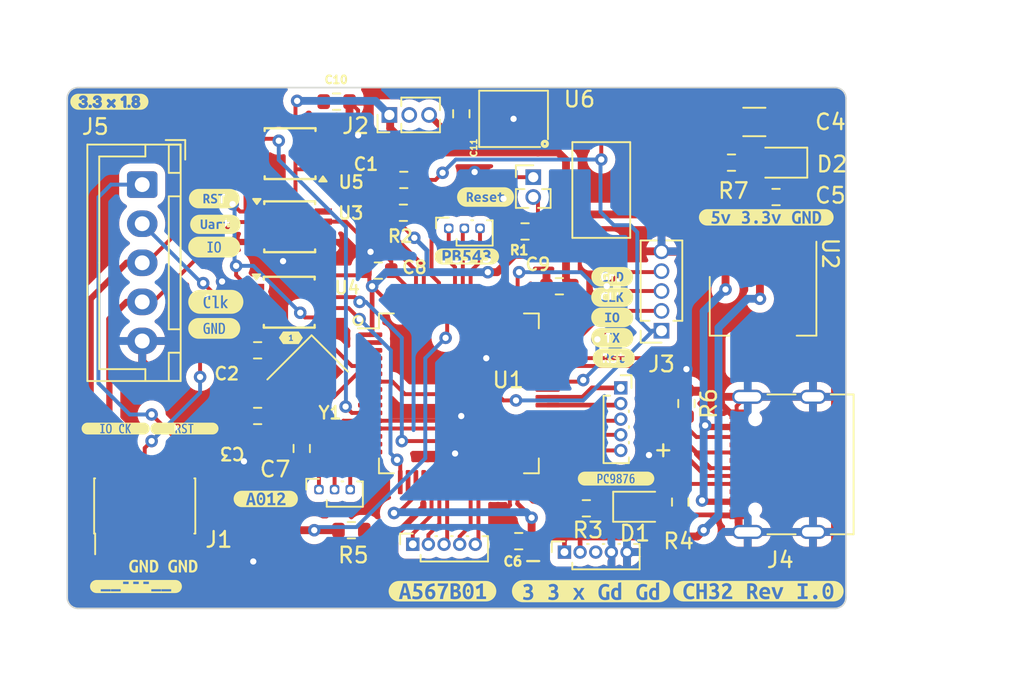
<source format=kicad_pcb>
(kicad_pcb (version 20240108) (generator "pcbnew") (generator_version "8.0")
  (layers (0 "F.Cu" signal) (31 "B.Cu" signal) (34 "B.Paste" user) (35 "F.Paste" user) (36 "B.SilkS" user "B.Silkscreen") (37 "F.SilkS" user "F.Silkscreen") (38 "B.Mask" user) (39 "F.Mask" user) (44 "Edge.Cuts" user))
  (net 0 "")
  (net 1 "+3.3V")
  (net 2 "SWIO_DIR_3V")
  (net 4 "Net-(U1-PF0)")
  (net 5 "Net-(U1-PF1)")
  (net 10 "GND")
  (net 11 "unconnected-(U1-PA0-Pad14)")
  (net 12 "unconnected-(U1-PA1-Pad15)")
  (net 13 "unconnected-(U1-PA2-Pad16)")
  (net 15 "unconnected-(U1-PA5-Pad21)")
  (net 16 "unconnected-(U1-PA6-Pad22)")
  (net 17 "unconnected-(U1-PA7-Pad23)")
  (net 20 "unconnected-(U1-PB0-Pad26)")
  (net 21 "unconnected-(U1-PB1-Pad27)")
  (net 23 "OUT_UART_TX")
  (net 24 "OUT_UART_RX")
  (net 26 "unconnected-(U1-PB15-Pad36)")
  (net 27 "unconnected-(U1-PC6-Pad37)")
  (net 28 "unconnected-(U1-PC7-Pad38)")
  (net 29 "unconnected-(U1-PC8-Pad39)")
  (net 30 "unconnected-(U1-PC9-Pad40)")
  (net 32 "UART_TX")
  (net 34 "D-")
  (net 35 "D+")
  (net 36 "SWDIO")
  (net 37 "SWDCLK")
  (net 43 "unconnected-(U1-PB3-Pad55)")
  (net 44 "unconnected-(U1-PB4-Pad56)")
  (net 45 "unconnected-(U1-PB5-Pad57)")
  (net 46 "INOUT_NRESET")
  (net 47 "OUT_SWDIO")
  (net 48 "OUT_SWDCLK")
  (net 49 "Net-(D1-K)")
  (net 50 "IN_FORCE_DFU")
  (net 52 "Net-(U2-VI)")
  (net 53 "Net-(J4-CC2)")
  (net 54 "Net-(J4-CC1)")
  (net 56 "NRESET")
  (net 62 "Net-(U1-PA4)")
  (net 63 "INOUT_SWO")
  (net 64 "Net-(D2-A)")
  (net 65 "Net-(J2_DFU1-Pin_2)")
  (net 66 "Net-(U1-PB13)")
  (net 68 "OUT_UART_RX_3V")
  (net 69 "INOUT_SWO_3v")
  (net 70 "VTREF")
  (net 71 "OUT_SWDIO_3V")
  (net 73 "OUT_SWDCLK_3V")
  (net 78 "V1.8")
  (footprint "kibuzzard-66C04372" (layer "F.Cu") (at 112.9 97.5)
    (property "Reference" "kibuzzard-66C04372" (hide yes))
    (property "Value" "G***" (hide yes))
  )
  (footprint "Resistor_SMD:R_0603_1608Metric" (layer "F.Cu") (at 130.705025 68.569975 90)
    (property "Reference" "C11")
    (property "Value" "100n")
  )
  (footprint "Connector_PinHeader_1.27mm:PinHeader_1x03_P1.27mm_Vertical" (layer "F.Cu") (at 126.105025 68.644975 90)
    (property "Reference" "J2")
    (property "Value" "Conn_01x03_Socket")
  )
  (footprint "kibuzzard-6731071F" (layer "F.Cu") (at 114.905025 82.294975)
    (property "Reference" "kibuzzard-6731071F" (hide yes))
    (property "Value" "G***" (hide yes))
  )
  (footprint "Connector_PinHeader_1.27mm:PinHeader_1x02_P1.27mm_Vertical" (layer "F.Cu") (at 135.305025 72.624975)
    (property "Reference" "J2_DFU1" (hide yes))
    (property "Value" "con2")
  )
  (footprint "kibuzzard-6713DC16" (layer "F.Cu") (at 113 88.7)
    (property "Reference" "kibuzzard-6713DC16" (hide yes))
    (property "Value" "G***" (hide yes))
  )
  (footprint "Resistor_SMD:R_0603_1608Metric" (layer "F.Cu") (at 138.7 93.8 180)
    (property "Reference" "R3")
    (property "Value" "330")
  )
  (footprint "Resistor_SMD:R_0603_1608Metric" (layer "F.Cu") (at 150.830025 73.894975)
    (property "Reference" "C5")
    (property "Value" "100n")
  )
  (footprint "Connector_PinSocket_1.00mm:PinSocket_1x05_P1.00mm_Vertical" (layer "F.Cu") (at 137.3 96.6 90)
    (property "Reference" "-")
    (property "Value" "PinSocket_1x05_P1.00mm_Vertical")
  )
  (footprint "kibuzzard-6731069B" (layer "F.Cu") (at 115.005025 80.594975)
    (property "Reference" "kibuzzard-6731069B" (hide yes))
    (property "Value" "G***" (hide yes))
  )
  (footprint "Resistor_SMD:R_0603_1608Metric" (layer "F.Cu") (at 134.375 95.9 180)
    (property "Reference" "C6")
    (property "Value" "100n")
  )
  (footprint "Resistor_SMD:R_0603_1608Metric" (layer "F.Cu") (at 134.780025 76.094975 180)
    (property "Reference" "R1")
    (property "Value" "1k")
  )
  (footprint "Button_Switch_SMD:SW_SPST_CK_RS282G05A3" (layer "F.Cu") (at 139.655025 73.444975 -90)
    (property "Reference" "RST1" (hide yes))
    (property "Value" "SW_DIP_x01")
  )
  (footprint "Resistor_SMD:R_0603_1608Metric" (layer "F.Cu") (at 120.5 89.975 90)
    (property "Reference" "C7")
    (property "Value" "100n")
  )
  (footprint "kibuzzard-67135D9A" (layer "F.Cu") (at 118.2 93.2)
    (property "Reference" "kibuzzard-67135D9A" (hide yes))
    (property "Value" "G***" (hide yes))
  )
  (footprint "kibuzzard-65C1C8EE" (layer "F.Cu") (at 140.355025 80.294975)
    (property "Reference" "kibuzzard-65C1C8EE" (hide yes))
    (property "Value" "G***" (hide yes))
  )
  (footprint "Diode_SMD:D_0805_2012Metric" (layer "F.Cu") (at 151.142525 71.694975 180)
    (property "Reference" "D2")
    (property "Value" "LED")
  )
  (footprint "Package_TO_SOT_SMD:SOT-223" (layer "F.Cu") (at 150 80.85 -90)
    (property "Reference" "U2")
    (property "Value" "LM1117-3.3")
  )
  (footprint "Package_SO:TSSOP-8_3x3mm_P0.65mm" (layer "F.Cu") (at 119.755025 71.119975 180)
    (property "Reference" "U5")
    (property "Value" "VTREF<->3V")
  )
  (footprint "Resistor_SMD:R_0603_1608Metric" (layer "F.Cu") (at 147.980025 71.694975)
    (property "Reference" "R7")
    (property "Value" "330")
  )
  (footprint "kibuzzard-67ECD9AB" (layer "F.Cu") (at 131.055025 77.694975)
    (property "Reference" "kibuzzard-67ECD9AB" (hide yes))
    (property "Value" "G***" (hide yes))
  )
  (footprint "Resistor_SMD:R_0603_1608Metric" (layer "F.Cu") (at 145.1 87.1 -90)
    (property "Reference" "R6")
    (property "Value" "5.1k")
  )
  (footprint "Resistor_SMD:R_0603_1608Metric" (layer "F.Cu") (at 127.025 72.8 180)
    (property "Reference" "C1")
    (property "Value" "100n")
  )
  (footprint "kibuzzard-65C1C9D7" (layer "F.Cu") (at 132.255025 73.894975)
    (property "Reference" "kibuzzard-65C1C9D7" (hide yes))
    (property "Value" "G***" (hide yes))
  )
  (footprint "kibuzzard-6713DC2E" (layer "F.Cu") (at 108.6 88.7)
    (property "Reference" "kibuzzard-6713DC2E" (hide yes))
    (property "Value" "G***" (hide yes))
  )
  (footprint "Diode_SMD:D_0805_2012Metric" (layer "F.Cu") (at 142.1 93.7)
    (property "Reference" "D1")
    (property "Value" "LED")
  )
  (footprint "Connector_PinSocket_1.00mm:PinSocket_1x05_P1.00mm_Vertical" (layer "F.Cu") (at 127.6 96.1 90)
    (property "Reference" "PA4567" (hide yes))
    (property "Value" "PinSocket_1x05_P1.00mm_Vertical")
  )
  (footprint "Connector_PinSocket_1.00mm:PinSocket_1x05_P1.00mm_Vertical" (layer "F.Cu") (at 140.9 86.1)
    (property "Reference" "x2" (hide yes))
    (property "Value" "PinSocket_1x05_P1.00mm_Vertical")
  )
  (footprint "Capacitor_SMD:C_1206_3216Metric_Pad1.33x1.80mm_HandSolder" (layer "F.Cu") (at 149.442525 69.094975)
    (property "Reference" "C4")
    (property "Value" "100u")
  )
  (footprint "kibuzzard-671361D3" (layer "F.Cu") (at 119.805025 82.894975)
    (property "Reference" "kibuzzard-671361D3" (hide yes))
    (property "Value" "G***" (hide yes))
  )
  (footprint "Connector_PinSocket_1.00mm:PinSocket_1x03_P1.00mm_Vertical" (layer "F.Cu") (at 121.6 92.6 90)
    (property "Reference" "x" (hide yes))
    (property "Value" "PinSocket_1x03_P1.00mm_Vertical")
  )
  (footprint "Resistor_SMD:R_0603_1608Metric" (layer "F.Cu") (at 125.4 78.6)
    (property "Reference" "C8")
    (property "Value" "100n")
  )
  (footprint "kibuzzard-6714FD4B" (layer "F.Cu") (at 139 99.1)
    (property "Reference" "kibuzzard-6714FD4B" (hide yes))
    (property "Value" "G***" (hide yes))
  )
  (footprint "kibuzzard-65C1C972" (layer "F.Cu") (at 140.455025 84.194975)
    (property "Reference" "kibuzzard-65C1C972" (hide yes))
    (property "Value" "G***" (hide yes))
  )
  (footprint "Package_SO:TSSOP-8_3x3mm_P0.65mm" (layer "F.Cu") (at 119.7 80.619975)
    (property "Reference" "U4")
    (property "Value" "VTREF->3V")
  )
  (footprint "kibuzzard-67135DB6" (layer "F.Cu") (at 109.9 98.8)
    (property "Reference" "kibuzzard-67135DB6" (hide yes))
    (property "Value" "G***" (hide yes))
  )
  (footprint "kibuzzard-65C1C789" (layer "F.Cu") (at 140.355025 78.994975)
    (property "Reference" "kibuzzard-65C1C789" (hide yes))
    (property "Value" "G***" (hide yes))
  )
  (footprint "Resistor_SMD:R_0603_1608Metric" (layer "F.Cu") (at 144.7 93.4 90)
    (property "Reference" "R4")
    (property "Value" "5.1k")
  )
  (footprint "Resistor_SMD:R_0603_1608Metric" (layer "F.Cu") (at 127 74.9)
    (property "Reference" "R2")
    (property "Value" "10k")
  )
  (footprint "Resistor_SMD:R_0603_1608Metric" (layer "F.Cu") (at 117.680025 87.894975 180)
    (property "Reference" "C3")
    (property "Value" "22pf")
  )
  (footprint "kibuzzard-67135D50" (layer "F.Cu") (at 150.205025 75.194975)
    (property "Reference" "kibuzzard-67135D50" (hide yes))
    (property "Value" "G***" (hide yes))
  )
  (footprint "kibuzzard-65C1C918" (layer "F.Cu") (at 140.355025 81.594975)
    (property "Reference" "kibuzzard-65C1C918" (hide yes))
    (property "Value" "G***" (hide yes))
  )
  (footprint "footprints:Crystal_SMD_TXC_7M-4Pin_3.2x2.5mm_45deg" (layer "F.Cu") (at 120.881802 85.316117 180)
    (property "Reference" "Y1")
    (property "Value" "8Mhz")
  )
  (footprint "Connector_USB:USB_C_Receptacle_Palconn_UTC16-G" (layer "F.Cu") (at 150.95 90.99 90)
    (property "Reference" "J4")
    (property "Value" "USB")
  )
  (footprint "kibuzzard-66C0437E" (layer "F.Cu") (at 110.4 97.5)
    (property "Reference" "kibuzzard-66C0437E" (hide yes))
    (property "Value" "G***" (hide yes))
  )
  (footprint "kibuzzard-6714FD27" (layer "F.Cu") (at 129.5 99.1)
    (property "Reference" "kibuzzard-6714FD27" (hide yes))
    (property "Value" "G***" (hide yes))
  )
  (footprint "Resistor_SMD:R_0603_1608Metric" (layer "F.Cu") (at 136.975 79.6 180)
    (property "Reference" "C9")
    (property "Value" "100n")
  )
  (footprint "Connector_JST:JST_XH_B5B-XH-A_1x05_P2.50mm_Vertical" (layer "F.Cu") (at 110.3 73.1 -90)
    (property "Reference" "J5")
    (property "Value" "Debug port")
  )
  (footprint "PCM_Package_TO_SOT_SMD_AKL:TSOT-23-5" (layer "F.Cu") (at 134.045025 68.894975 180)
    (property "Reference" "U6")
    (property "Value" "RT9013-33GB" (hide yes))
  )
  (footprint "kibuzzard-67137B7B" (layer "F.Cu") (at 114.977111 75.640397)
    (property "Reference" "kibuzzard-67137B7B" (hide yes))
    (property "Value" "G***" (hide yes))
  )
  (footprint "kibuzzard-65C1C92F" (layer "F.Cu") (at 140.355025 82.894975)
    (property "Reference" "kibuzzard-65C1C92F" (hide yes))
    (property "Value" "G***" (hide yes))
  )
  (footprint "Resistor_SMD:R_0603_1608Metric" (layer "F.Cu") (at 117.680025 83.694975 180)
    (property "Reference" "C2")
    (property "Value" "22pf")
  )
  (footprint "Resistor_SMD:R_0603_1608Metric" (layer "F.Cu") (at 123.675 95.2)
    (property "Reference" "R5")
    (property "Value" "1k")
  )
  (footprint "Package_QFP:LQFP-64_10x10mm_P0.5mm" (layer "F.Cu") (at 130.55 86.45)
    (property "Reference" "U1")
    (property "Value" "CH32V303RCT6")
  )
  (footprint "kibuzzard-67137B47" (layer "F.Cu") (at 114.905025 73.994975)
    (property "Reference" "kibuzzard-67137B47" (hide yes))
    (property "Value" "G***" (hide yes))
  )
  (footprint "kibuzzard-6713D043" (layer "F.Cu") (at 140.6 91.9)
    (property "Reference" "kibuzzard-6713D043" (hide yes))
    (property "Value" "G***" (hide yes))
  )
  (footprint "Connector_PinHeader_1.27mm:PinHeader_2x05_P1.27mm_Vertical_SMD" (layer "F.Cu") (at 110.46 93.65 90)
    (property "Reference" "J1")
    (property "Value" "jtag")
  )
  (footprint "Resistor_SMD:R_0603_1608Metric" (layer "F.Cu") (at 122.730025 67.794975)
    (property "Reference" "C10")
    (property "Value" "100n")
  )
  (footprint "Connector_PinSocket_1.00mm:PinSocket_1x03_P1.00mm_Vertical" (layer "F.Cu") (at 129.9 75.9 90)
    (property "Reference" "PB567" (hide yes))
    (property "Value" "PIN1X3")
  )
  (footprint "Connector_PinSocket_1.27mm:PinSocket_1x05_P1.27mm_Vertical" (layer "F.Cu") (at 143.505025 82.444975 180)
    (property "Reference" "J3")
    (property "Value" "Dbg")
  )
  (footprint "kibuzzard-6714FCCA" (layer "F.Cu") (at 108.2 67.8)
    (property "Reference" "kibuzzard-6714FCCA" (hide yes))
    (property "Value" "G***" (hide yes))
  )
  (footprint "kibuzzard-67310708" (layer "F.Cu") (at 114.905025 77.094975)
    (property "Reference" "kibuzzard-67310708" (hide yes))
    (property "Value" "G***" (hide yes))
  )
  (footprint "Package_SO:TSSOP-8_3x3mm_P0.65mm" (layer "F.Cu") (at 119.730025 75.794975)
    (property "Reference" "U3")
    (property "Value" "3V->VTREF")
  )
  (footprint "kibuzzard-67ECD764" (layer "F.Cu") (at 149.7 99.1)
    (property "Reference" "kibuzzard-67ECD764" (hide yes))
    (property "Value" "G***" (hide yes))
  )
  (gr_circle (center 124.1 81.8) (end 123.9 81.6) (stroke (width 0.15)) (fill none) (layer "F.SilkS"))
  (gr_line (start 106.205026 100.199999) (end 154.599999 100.199999) (stroke (width 0.1)) (layer "Edge.Cuts"))
  (gr_line (start 105.5 67.594975) (end 105.505026 99.499999) (stroke (width 0.1)) (layer "Edge.Cuts"))
  (gr_arc (start 154.605025 66.894975) (mid 155.1 67.1) (end 155.305025 67.594975) (stroke (width 0.1)) (layer "Edge.Cuts"))
  (gr_line (start 154.605025 66.894975) (end 106.2 66.894975) (stroke (width 0.1)) (layer "Edge.Cuts"))
  (gr_arc (start 106.205026 100.199999) (mid 105.710051 99.994974) (end 105.505026 99.499999) (stroke (width 0.1)) (layer "Edge.Cuts"))
  (gr_arc (start 155.299999 99.499999) (mid 155.094974 99.994974) (end 154.599999 100.199999) (stroke (width 0.1)) (layer "Edge.Cuts"))
  (gr_line (start 155.299999 99.499999) (end 155.305025 67.594975) (stroke (width 0.1)) (layer "Edge.Cuts"))
  (gr_arc (start 105.5 67.594975) (mid 105.705033 67.100008) (end 106.2 66.894975) (stroke (width 0.1)) (layer "Edge.Cuts"))
  (gr_text "+" (at 142.9 90.6 0) (layer "F.SilkS") (effects (font (size 1 1)) (justify left bottom)))
  (segment (start 127.695025 71.044975) (end 126.155025 69.504975) (width 0.5) (layer "F.Cu") (net 1))
  (segment (start 134.3 93.5) (end 134.3 91.091312) (width 0.25) (layer "F.Cu") (net 1))
  (segment (start 121.2 90.8) (end 120.7 90.8) (width 0.25) (layer "F.Cu") (net 1))
  (segment (start 120.755025 79.644975) (end 120.105025 78.994975) (width 0.25) (layer "F.Cu") (net 1))
  (segment (start 137.8 79.6) (end 137.4 79.2) (width 0.5) (layer "F.Cu") (net 1))
  (segment (start 137.4 71.53995) (end 136.905025 71.044975) (width 0.5) (layer "F.Cu") (net 1))
  (segment (start 137.8 79.6) (end 137.8 81.3) (width 0.25) (layer "F.Cu") (net 1))
  (segment (start 126.175 74.975) (end 127.7 76.5) (width 0.25) (layer "F.Cu") (net 1))
  (segment (start 134.105025 77.594975) (end 133 78.7) (width 0.5) (layer "F.Cu") (net 1))
  (segment (start 134 90.779312) (end 134 90.3) (width 0.25) (layer "F.Cu") (net 1))
  (segment (start 134.105025 77.594975) (end 137.305025 77.594975) (width 0.5) (layer "F.Cu") (net 1))
  (segment (start 133 78.7) (end 132.4 78.7) (width 0.5) (layer "F.Cu") (net 1))
  (segment (start 135.355025 67.944975) (end 136.155025 67.944975) (width 0.4) (layer "F.Cu") (net 1))
  (segment (start 121.655025 67.744975) (end 120.405025 67.744975) (width 0.25) (layer "F.Cu") (net 1))
  (segment (start 125 82.575) (end 124.875 82.7) (width 0.3) (layer "F.Cu") (net 1))
  (segment (start 145.8 95.6) (end 146.2 95.2) (width 0.5) (layer "F.Cu") (net 1))
  (segment (start 146.455025 69.194975) (end 147.480025 69.194975) (width 0.5) (layer "F.Cu") (net 1))
  (segment (start 126.667764 94.1) (end 126.4 94.1) (width 0.25) (layer "F.Cu") (net 1))
  (segment (start 135.5 95.6) (end 145.8 95.6) (width 0.5) (layer "F.Cu") (net 1))
  (segment (start 120.1 79) (end 120.2 78.9) (width 0.25) (layer "F.Cu") (net 1))
  (segment (start 137.8 81.3) (end 136.403 82.697) (width 0.25) (layer "F.Cu") (net 1))
  (segment (start 126.175 80.775) (end 124.825 79.425) (width 0.25) (layer "F.Cu") (net 1))
  (segment (start 146.405025 72.769975) (end 148.492525 74.857475) (width 0.5) (layer "F.Cu") (net 1))
  (segment (start 146.405025 71.694975) (end 147.155025 71.694975) (width 0.5) (layer "F.Cu") (net 1))
  (segment (start 126.8 80.775) (end 126.175 80.775) (width 0.25) (layer "F.Cu") (net 1))
  (segment (start 148.205025 74.569975) (end 148.880025 73.894975) (width 0.25) (layer "F.Cu") (net 1))
  (segment (start 120.253769 72.119975) (end 121.456281 72.119975) (width 0.25) (layer "F.Cu") (net 1))
  (segment (start 146.405025 71.694975) (end 146.405025 69.144975) (width 0.5) (layer "F.Cu") (net 1))
  (segment (start 135.2 95.9) (end 135.5 95.6) (width 0.5) (layer "F.Cu") (net 1))
  (segment (start 148.880025 73.894975) (end 150.005025 73.894975) (width 0.25) (layer "F.Cu") (net 1))
  (segment (start 135.605025 71.044975) (end 135.355025 70.794975) (width 0.5) (layer "F.Cu") (net 1))
  (segment (start 134.306 91.085312) (end 134 90.779312) (width 0.25) (layer "F.Cu") (net 1))
  (segment (start 136.905025 71.044975) (end 135.605025 71.044975) (width 0.5) (layer "F.Cu") (net 1))
  (segment (start 136.905025 68.694975) (end 136.905025 71.044975) (width 0.4) (layer "F.Cu") (net 1))
  (segment (start 135.355025 70.794975) (end 135.355025 69.844975) (width 0.5) (layer "F.Cu") (net 1))
  (segment (start 132.372 88.697) (end 124.881 88.697) (width 0.25) (layer "F.Cu") (net 1))
  (segment (start 125 79.6) (end 125 82.575) (width 0.3) (layer "F.Cu") (net 1))
  (segment (start 127.8 92.125) (end 127.8 92.967764) (width 0.25) (layer "F.Cu") (net 1))
  (segment (start 123.3 88.7) (end 121.2 90.8) (width 0.25) (layer "F.Cu") (net 1))
  (segment (start 149.8 80.4) (end 149.8 77.9) (width 0.5) (layer "F.Cu") (net 1))
  (segment (start 121.85 79.644975) (end 120.755025 79.644975) (width 0.25) (layer "F.Cu") (net 1))
  (segment (start 138.3 96.7) (end 138.3 95.902) (width 0.3) (layer "F.Cu") (net 1))
  (segment (start 148.342525 75.007475) (end 148.492525 74.857475) (width 0.5) (layer "F.Cu") (net 1))
  (segment (start 127.8 92.967764) (end 126.667764 94.1) (width 0.25) (layer "F.Cu") (net 1))
  (segment (start 137.4 79.2) (end 137.4 71.53995) (width 0.5) (layer "F.Cu") (net 1))
  (segment (start 135.605025 71.044975) (end 127.695025 71.044975) (width 0.5) (layer "F.Cu") (net 1))
  (segment (start 124.275 78.9) (end 124.575 78.6) (width 0.25) (layer "F.Cu") (net 1))
  (segment (start 120.1 67.85) (end 120.1 79) (width 0.25) (layer "F.Cu") (net 1))
  (segment (start 133.975 90.3) (end 132.372 88.697) (width 0.25) (layer "F.Cu") (net 1))
  (segment (start 137.482537 75.007475) (end 148.342525 75.007475) (width 0.5) (layer "F.Cu") (net 1))
  (segment (start 137.3 96.7) (end 137.3 95.8) (width 0.3) (layer "F.Cu") (net 1))
  (segment (start 143 95.802) (end 143 93.7375) (width 0.25) (layer "F.Cu") (net 1))
  (segment (start 146.405025 69.144975) (end 146.455025 69.194975) (width 0.5) (layer "F.Cu") (net 1))
  (segment (start 137.3 95.8) (end 137.1 95.6) (width 0.4) (layer "F.Cu") (net 1))
  (segment (start 149.6 75.975) (end 149.6 76.9) (width 0.5) (layer "F.Cu") (net 1))
  (segment (start 126.155025 69.504975) (end 126.155025 68.694975) (width 0.5) (layer "F.Cu") (net 1))
  (segment (start 134.306 93.506) (end 134.3 93.5) (width 0.3) (layer "F.Cu") (net 1))
  (segment (start 146.405025 71.669975) (end 146.405025 72.769975) (width 0.5) (layer "F.Cu") (net 1))
  (segment (start 135.2 94.4) (end 134.306 93.506) (width 0.3) (layer "F.Cu") (net 1))
  (segment (start 136.155025 67.944975) (end 136.905025 68.694975) (width 0.4) (layer "F.Cu") (net 1))
  (segment (start 135.2 94.4) (end 135.2 95.9) (width 0.5) (layer "F.Cu") (net 1))
  (segment (start 120.2 78.9) (end 124.275 78.9) (width 0.25) (layer "F.Cu") (net 1))
  (segment (start 124.825 79.425) (end 124.825 78.8) (width 0.25) (layer "F.Cu") (net 1))
  (segment (start 120.205025 67.744975) (end 120.1 67.85) (width 0.25) (layer "F.Cu") (net 1))
  (segment (start 148.492525 74.857475) (end 149.605025 75.969975) (width 0.5) (layer "F.Cu") (net 1))
  (segment (start 121.827512 74.819975) (end 120.132537 74.819975) (width 0.25) (layer "F.Cu") (net 1))
  (segment (start 124.875 88.7) (end 123.3 88.7) (width 0.25) (layer "F.Cu") (net 1))
  (via (at 120.205025 67.744975) (size 0.8) (drill 0.4) (layers "F.Cu" "B.Cu") (net 1))
  (via (at 126.4 94.1) (size 0.8) (drill 0.4) (layers "F.Cu" "B.Cu") (net 1))
  (via (at 149.8 80.4) (size 0.8) (drill 0.4) (layers "F.Cu" "B.Cu") (net 1))
  (via (at 146.2 95.2) (size 0.8) (drill 0.4) (layers "F.Cu" "B.Cu") (net 1))
  (via (at 127.7 76.5) (size 0.8) (drill 0.4) (layers "F.Cu" "B.Cu") (net 1))
  (via (at 125 79.6) (size 0.8) (drill 0.4) (layers "F.Cu" "B.Cu") (net 1))
  (via (at 135.2 94.4) (size 0.8) (drill 0.4) (layers "F.Cu" "B.Cu") (net 1))
  (via (at 132.4 78.7) (size 0.8) (drill 0.4) (layers "F.Cu" "B.Cu") (net 1))
  (segment (start 128.5 77.3) (end 127.7 76.5) (width 0.3) (layer "B.Cu") (net 1))
  (segment (start 147.15 94.25) (end 147.15 82.25) (width 0.5) (layer "B.Cu") (net 1))
  (segment (start 125.205025 67.744975) (end 126.105025 68.644975) (width 0.5) (layer "B.Cu") (net 1))
  (segment (start 149 80.4) (end 149.8 80.4) (width 0.5) (layer "B.Cu") (net 1))
  (segment (start 126.4 94.1) (end 126.45 94.05) (width 0.5) (layer "B.Cu") (net 1))
  (segment (start 128.5 78.7) (end 128.5 77.3) (width 0.3) (layer "B.Cu") (net 1))
  (segment (start 147.15 82.25) (end 149 80.4) (width 0.5) (layer "B.Cu") (net 1))
  (segment (start 134.85 94.05) (end 135.2 94.4) (width 0.5) (layer "B.Cu") (net 1))
  (segment (start 126.45 94.05) (end 134.85 94.05) (width 0.5) (layer "B.Cu") (net 1))
  (segment (start 125 79.6) (end 125.9 78.7) (width 0.5) (layer "B.Cu") (net 1))
  (segment (start 146.2 95.2) (end 147.15 94.25) (width 0.5) (layer "B.Cu") (net 1))
  (segment (start 125.9 78.7) (end 132.4 78.7) (width 0.5) (layer "B.Cu") (net 1))
  (segment (start 120.205025 67.744975) (end 125.205025 67.744975) (width 0.5) (layer "B.Cu") (net 1))
  (segment (start 123.71005 87.7) (end 123.305025 87.294975) (width 0.25) (layer "F.Cu") (net 2))
  (segment (start 119.055025 70.169975) (end 117.6 70.169975) (width 0.25) (layer "F.Cu") (net 2))
  (segment (start 124.875 87.7) (end 123.71005 87.7) (width 0.25) (layer "F.Cu") (net 2))
  (via (at 123.305025 87.294975) (size 0.8) (drill 0.4) (layers "F.Cu" "B.Cu") (net 2))
  (via (at 119.030025 70.294975) (size 0.8) (drill 0.4) (layers "F.Cu" "B.Cu") (net 2))
  (segment (start 119.030025 71.519975) (end 119.030025 70.294975) (width 0.25) (layer "B.Cu") (net 2))
  (segment (start 123.325 75.81495) (end 119.030025 71.519975) (width 0.25) (layer "B.Cu") (net 2))
  (segment (start 123.325 87.275) (end 123.325 75.81495) (width 0.25) (layer "B.Cu") (net 2))
  (segment (start 118.505025 83.694975) (end 120.816295 83.694975) (width 0.25) (layer "F.Cu") (net 4))
  (segment (start 123.71005 84.7) (end 122.605025 83.594975) (width 0.25) (layer "F.Cu") (net 4))
  (segment (start 124.875 84.7) (end 123.71005 84.7) (width 0.25) (layer "F.Cu") (net 4))
  (segment (start 122.605025 83.594975) (end 121.400863 83.594975) (width 0.25) (layer "F.Cu") (net 4))
  (segment (start 122.537261 86.694975) (end 120.705025 86.694975) (width 0.25) (layer "F.Cu") (net 5))
  (segment (start 119.505025 87.894975) (end 120.705025 86.694975) (width 0.25) (layer "F.Cu") (net 5))
  (segment (start 124.875 85.2) (end 124.032236 85.2) (width 0.25) (layer "F.Cu") (net 5))
  (segment (start 124.032236 85.2) (end 122.537261 86.694975) (width 0.25) (layer "F.Cu") (net 5))
  (segment (start 118.505025 87.894975) (end 119.505025 87.894975) (width 0.25) (layer "F.Cu") (net 5))
  (segment (start 133.955025 76.094975) (end 133.955025 74.555025) (width 0.25) (layer "F.Cu") (net 10))
  (segment (start 123.905025 70.144975) (end 124.105025 69.944975) (width 0.25) (layer "F.Cu") (net 10))
  (segment (start 124.105025 69.944975) (end 126.2 72.03995) (width 0.25) (layer "F.Cu") (net 10))
  (segment (start 136.15 79.6) (end 135.3 80.45) (width 0.25) (layer "F.Cu") (net 10))
  (segment (start 115.4 98) (end 111.16 98) (width 0.5) (layer "F.Cu") (net 10))
  (segment (start 143.535025 77.394975) (end 144.905025 77.394975) (width 0.5) (layer "F.Cu") (net 10))
  (segment (start 119.105025 77.794975) (end 119.305025 77.994975) (width 0.25) (layer "F.Cu") (net 10))
  (segment (start 133.9 82.6) (end 132.3 84.2) (width 0.5) (layer "F.Cu") (net 10))
  (segment (start 121.905025 70.144975) (end 123.905025 70.144975) (width 0.25) (layer "F.Cu") (net 10))
  (segment (start 127.3 79.7) (end 126.4 78.8) (width 0.25) (layer "F.Cu") (net 10))
  (segment (start 133.806 92.122) (end 133.806 93.594) (width 0.25) (layer "F.Cu") (net 10))
  (segment (start 151.455025 69.194975) (end 152.405025 69.194975) (width 0.5) (layer "F.Cu") (net 10))
  (segment (start 117.4 97.2) (end 117.4 97.8) (width 0.5) (layer "F.Cu") (net 10))
  (segment (start 153.11 86.66) (end 154.56 86.66) (width 0.25) (layer "F.Cu") (net 10))
  (segment (start 141.3 97.956) (end 141.344 98) (width 0.5) (layer "F.Cu") (net 10))
  (segment (start 134.045025 68.894975) (end 135.355025 68.894975) (width 0.25) (layer "F.Cu") (net 10))
  (segment (start 117.930025 77.794975) (end 117.580025 77.444975) (width 0.25) (layer "F.Cu") (net 10))
  (segment (start 115.605025 89.694975) (end 116.705025 90.794975) (width 0.5) (layer "F.Cu") (net 10))
  (segment (start 116.855025 87.894975) (end 116.855025 90.844975) (width 0.5) (layer "F.Cu") (net 10))
  (segment (start 141.3 96.6) (end 141.3 97.956) (width 0.5) (layer "F.Cu") (net 10))
  (segment (start 110.3 83.54978) (end 110.3 84.4) (width 0.5) (layer "F.Cu") (net 10))
  (segment (start 119.670102 85.325736) (end 122.074264 85.325736) (width 0.25) (layer "F.Cu") (net 10))
  (segment (start 143.505025 77.364975) (end 139.675025 77.364975) (width 0.4) (layer "F.Cu") (net 10))
  (segment (start 125.605025 77.394975) (end 126.225 78.01495) (width 0.25) (layer "F.Cu") (net 10))
  (segment (start 116.855025 85.594975) (end 116.957106 85.492894) (width 0.5) (layer "F.Cu") (net 10))
  (segment (start 148.31 94.18) (end 148.31 94.7) (width 0.25) (layer "F.Cu") (net 10))
  (segment (start 117.930025 77.794975) (end 119.105025 77.794975) (width 0.25) (layer "F.Cu") (net 10))
  (segment (start 119.5 78.18995) (end 119.5 82.3) (width 0.25) (layer "F.Cu") (net 10))
  (segment (start 148.31 87.78) (end 148.31 87.26) (width 0.25) (layer "F.Cu") (net 10))
  (segment (start 133.1 94.3) (end 133.1 98) (width 0.3) (layer "F.Cu") (net 10))
  (segment (start 145.225 85.025) (end 145.1 84.9) (width 0.25) (layer "F.Cu") (net 10))
  (segment (start 124.105025 69.944975) (end 124.105025 68.344975) (width 0.25) (layer "F.Cu") (net 10))
  (segment (start 154.6 96.9) (end 154.6 95.3) (width 0.5) (layer "F.Cu") (net 10))
  (segment (start 145.288 77.77795) (end 145.288 84.712) (width 0.5) (layer "F.Cu") (net 10))
  (segment (start 123.330025 77.394975) (end 124.894975 77.394975) (width 0.25) (layer "F.Cu") (net 10))
  (segment (start 119.305025 77.994975) (end 119.5 78.18995) (width 0.25) (layer "F.Cu") (net 10))
  (segment (start 130.7 87.9) (end 130.4 88.2) (width 0.25) (layer "F.Cu") (net 10))
  (segment (start 124.894975 77.394975) (end 124.9 77.4) (width 0.25) (layer "F.Cu") (net 10))
  (segment (start 141.344 98) (end 153.5 98) (width 0.5) (layer "F.Cu") (net 10))
  (segment (start 119.305025 77.994975) (end 119.5 77.8) (width 0.25) (layer "F.Cu") (net 10))
  (segment (start 134.2 82.3) (end 134.6 82.3) (width 0.5) (layer "F.Cu") (net 10))
  (segment (start 154.6 95.3) (end 153.11 95.3) (width 0.5) (layer "F.Cu") (net 10))
  (segment (start 133.955025 74.555025) (end 133.4 74) (width 0.25) (layer "F.Cu") (net 10))
  (segment (start 122.168629 89.194975) (end 123.163604 88.2) (width 0.25) (layer "F.Cu") (net 10))
  (segment (start 154.6 84.2) (end 154.6 86.7) (width 0.5) (layer "F.Cu") (net 10))
  (segment (start 134.5 83.2) (end 136.225 83.2) (width 0.25) (layer "F.Cu") (net 10))
  (segment (start 144.905025 77.394975) (end 145.288 77.77795) (width 0.5) (layer "F.Cu") (net 10))
  (segment (start 113.5 98) (end 141.256 98) (width 0.5) (layer "F.Cu") (net 10))
  (segment (start 119.105025 82.694975) (end 117.105025 82.694975) (width 0.5) (layer "F.Cu") (net 10))
  (segment (start 152.505025 71.694975) (end 153.305025 71.694975) (width 0.4) (layer "F.Cu") (net 10))
  (segment (start 154.56 86.66) (end 154.6 86.7) (width 0.25) (layer "F.Cu") (net 10))
  (segment (start 116.855025 85.594975) (end 116.855025 87.894975) (width 0.5) (layer "F.Cu") (net 10))
  (segment (start 126.225 78.01495) (end 126.225 78.6) (width 0.25) (layer "F.Cu") (net 10))
  (segment (start 145.1 86.15) (end 145.1 85.15) (width 0.5) (layer "F.Cu") (net 10))
  (segment (start 127.3 80.775) (end 127.3 82.225) (width 0.25) (layer "F.Cu") (net 10))
  (segment (start 130.4 88.2) (end 124.875 88.2) (width 0.25) (layer "F.Cu") (net 10))
  (segment (start 152.405025 69.194975) (end 153.305025 70.094975) (width 0.5) (layer "F.Cu") (net 10))
  (segment (start 116.705025 90.794975) (end 116.805025 90.794975) (width 0.5) (layer "F.Cu") (net 10))
  (segment (start 132.2 84.1) (end 132.3 84.2) (width 0.5) (layer "F.Cu") (net 10))
  (segment (start 110.3 84.4) (end 115.55 89.65) (width 0.5) (layer "F.Cu") (net 10))
  (segment (start 151.905025 73.894975) (end 153.305025 73.894975) (width 0.25) (layer "F.Cu") (net 10))
  (segment (start 140.3 97.944) (end 140.3 96.9) (width 0.4) (layer "F.Cu") (net 10))
  (segment (start 154.05 83.65) (end 154.6 84.2) (width 0.5) (layer "F.Cu") (net 10))
  (segment (start 124.105025 68.344975) (end 123.555025 67.794975) (width 0.25) (layer "F.Cu") (net 10))
  (segment (start 117.55 81.594975) (end 119.45 81.594975) (width 0.25) (layer "F.Cu") (net 10))
  (segment (start 154.6 86.7) (end 154.6 95.3) (width 0.5) (layer "F.Cu") (net 10))
  (segment (start 127.375 82.375) (end 129.1 84.1) (width 0.5) (layer "F.Cu") (net 10))
  (segment (start 154.05 79.45) (end 154.05 83.65) (width 0.5) (layer "F.Cu") (net 10))
  (segment (start 116.957106 85.492894) (end 119.502944 85.492894) (width 0.5) (layer "F.Cu") (net 10))
  (segment (start 135.3 81.6) (end 134.6 82.3) (width 0.25) (layer "F.Cu") (net 10))
  (segment (start 133.9 82.6) (end 134.5 83.2) (width 0.25) (layer "F.Cu") (net 10))
  (segment (start 148.31 87.26) (end 148.91 86.66) (width 0.25) (layer "F.Cu") (net 10))
  (segment (start 145.17 94.22) (end 145.075 94.125) (width 0.25) (layer "F.Cu") (net 10))
  (segment (start 133.806 93.594) (end 133.1 94.3) (width 0.3) (layer "F.Cu") (net 10))
  (segment (start 125.005025 77.394975) (end 125.605025 77.394975) (width 0.25) (layer "F.Cu") (net 10))
  (segment (start 148.91 86.66) (end 153.11 86.66) (width 0.25) (layer "F.Cu") (net 10))
  (segment (start 116.855025 82.944975) (end 116.855025 83.694975) (width 0.5) (layer "F.Cu") (net 10))
  (segment (start 115.4 97.2) (end 113.8 95.6) (width 0.5) (layer "F.Cu") (net 10))
  (segment (start 111.16 98) (end 110.46 97.3) (width 0.5) (layer "F.Cu") (net 10))
  (segment (start 133.9 82.6) (end 134.2 82.3) (width 0.5) (layer "F.Cu") (net 10))
  (segment (start 135.3 80.45) (end 135.3 81.6) (width 0.25) (layer "F.Cu") (net 10))
  (segment (start 127.3 80.775) (end 127.3 79.7) (width 0.25) (layer "F.Cu") (net 10))
  (segment (start 145.288 84.712) (end 145.1 84.9) (width 0.5) (layer "F.Cu") (net 10))
  (segment (start 153.305025 70.069975) (end 153.305025 76.169975) (width 0.5) (layer "F.Cu") (net 10))
  (segment (start 122.705025 76.769975) (end 121.880025 76.769975) (width 0.25) (layer "F.Cu") (net 10))
  (segment (start 153.3 76.175) (end 152.3 77.175) (width 0.5) (layer "F.Cu") (net 10))
  (segment (start 120.544975 89.194975) (end 122.168629 89.194975) (width 0.25) (layer "F.Cu") (net 10))
  (segment (start 148.31 94.7) (end 148.91 95.3) (width 0.25) (layer "F.Cu") (net 10))
  (segment (start 117.105025 82.694975) (end 116.855025 82.944975) (width 0.5) (layer "F.Cu") (net 10))
  (segment (start 153.5 98) (end 154.6 96.9) (width 0.5) (layer "F.Cu") (net 10))
  (segment (start 109.19 95.6) (end 110.46 95.6) (width 0.5) (layer "F.Cu") (net 10))
  (segment (start 129.1 84.1) (end 132.2 84.1) (width 0.5) (layer "F.Cu") (net 10))
  (segment (start 113.8 95.6) (end 113 95.6) (width 0.5) (layer "F.Cu") (net 10))
  (segment (start 148.91 95.3) (end 153.11 95.3) (width 0.25) (layer "F.Cu") (net 10))
  (segment (start 119.5 82.3) (end 119.105025 82.694975) (width 0.25) (layer "F.Cu") (net 10))
  (segment (start 117.580025 77.444975) (end 117.580025 76.769975) (width 0.25) (layer "F.Cu") (net 10))
  (segment (start 152.3 77.7) (end 154.05 79.45) (width 0.5) (layer "F.Cu") (net 10))
  (segment (start 147.99 87.79) (end 146.6 86.4) (width 0.4) (layer "F.Cu") (net 10))
  (segment (start 123.330025 77.394975) (end 122.705025 76.769975) (width 0.25) (layer "F.Cu") (net 10))
  (segment (start 148.3 94.22) (end 145.17 94.22) (width 0.3) (layer "F.Cu") (net 10))
  (segment (start 116.855025 83.694975) (end 116.855025 85.594975) (width 0.5) (layer "F.Cu") (net 10))
  (segment (start 115.4 98) (end 115.4 97.2) (width 0.5) (layer "F.Cu") (net 10))
  (segment (start 110.46 97.3) (end 110.46 95.6) (width 0.5) (layer "F.Cu") (net 10))
  (segment (start 127.375 82.3) (end 127.375 82.375) (width 0.5) (layer "F.Cu") (net 10))
  (segment (start 126.2 72.03995) (end 126.2 72.8) (width 0.25) (layer "F.Cu") (net 10))
  (segment (start 123.163604 88.2) (end 124.875 88.2) (width 0.25) (layer "F.Cu") (net 10))
  (segment (start 146.6 86.4) (end 145.35 86.4) (width 0.4) (layer "F.Cu") (net 10))
  (via (at 145.1 84.9) (size 0.8) (drill 0.4) (layers "F.Cu" "B.Cu") (net 10))
  (via (at 133.4 74) (size 0.8) (drill 0.4) (layers "F.Cu" "B.Cu") (net 10))
  (via (at 132.3 84.2) (size 0.8) (drill 0.4) (layers "F.Cu" "B.Cu") (net 10))
  (via (at 115.405025 79.294975) (size 0.8) (drill 0.4) (layers "F.Cu" "B.Cu") (net 10))
  (via (at 130.7 87.9) (size 0.8) (drill 0.4) (layers "F.Cu" "B.Cu") (net 10))
  (via (at 117.4 97.2) (size 0.8) (drill 0.4) (layers "F.Cu" "B.Cu") (net 10))
  (via (at 130.305025 90.294975) (size 0.8) (drill 0.4) (layers "F.Cu" "B.Cu") (net 10))
  (via (at 124.9 77.4) (size 0.8) (drill 0.4) (layers "F.Cu" "B.Cu") (net 10))
  (via (at 142.705025 90.394975) (size 0.8) (drill 0.4) (layers "F.Cu" "B.Cu") (net 10))
  (via (at 124.105025 69.944975) (size 0.8) (drill 0.4) (layers "F.Cu" "B.Cu") (net 10))
  (via (at 134.045025 68.894975) (size 0.8) (drill 0.4) (layers "F.Cu" "B.Cu") (net 10))
  (via (at 131.555025 72.294975) (size 0.8) (drill 0.4) (layers "F.Cu" "B.Cu") (net 10))
  (via (at 119.305025 77.994975) (size 0.8) (drill 0.4) (layers "F.Cu" "B.Cu") (net 10))
  (via (at 116.805025 90.794975) (size 0.8) (drill 0.4) (layers "F.Cu" "B.Cu") (net 10))
  (segment (start 132.3 84.2) (end 132.3 84.15) (width 0.25) (layer "B.Cu") (net 10))
  (segment (start 132.35 84.2) (end 132.3 84.2) (width 0.25) (layer "B.Cu") (net 10))
  (segment (start 132.3 84.2) (end 132.3 87.8) (width 0.5) (layer "B.Cu") (net 10))
  (segment (start 117.4 91.38995) (end 117.4 97.2) (width 0.5) (layer "B.Cu") (net 10))
  (segment (start 132.3 84.2) (end 132.3 86.3) (width 0.25) (layer "B.Cu") (net 10))
  (segment (start 145.1 90.1) (end 145.1 84.9) (width 0.5) (layer "B.Cu") (net 10))
  (segment (start 132.3 84.2) (end 133.5 83) (width 0.5) (layer "B.Cu") (net 10))
  (segment (start 116.805025 90.794975) (end 117.4 91.38995) (width 0.5) (layer "B.Cu") (net 10))
  (segment (start 132.3 86.3) (end 130.8 87.8) (width 0.25) (layer "B.Cu") (net 10))
  (segment (start 132.3 87.8) (end 136.6 92.1) (width 0.5) (layer "B.Cu") (net 10))
  (segment (start 124.105025 69.944975) (end 125 70.83995) (width 0.25) (layer "B.Cu") (net 10))
  (segment (start 143.505025 73.294975) (end 143.455025 73.244975) (width 0.4) (layer "B.Cu") (net 10))
  (segment (start 133.5 83) (end 133.5 74.1) (width 0.5) (layer "B.Cu") (net 10))
  (segment (start 143.1 92.1) (end 145.1 90.1) (width 0.5) (layer "B.Cu") (net 10))
  (segment (start 133.5 74.1) (end 133.4 74) (width 0.5) (layer "B.Cu") (net 10))
  (segment (start 132.3 84.15) (end 132.375 84.225) (width 0.25) (layer "B.Cu") (net 10))
  (segment (start 136.6 92.1) (end 143.1 92.1) (width 0.5) (layer "B.Cu") (net 10))
  (segment (start 125 70.83995) (end 125 77.3) (width 0.25) (layer "B.Cu") (net 10))
  (segment (start 124.875 89.2) (end 123.6 89.2) (width 0.25) (layer "F.Cu") (net 11))
  (segment (start 121.6 91.2) (end 121.6 92.6) (width 0.25) (layer "F.Cu") (net 11))
  (segment (start 123.6 89.2) (end 121.6 91.2) (width 0.25) (layer "F.Cu") (net 11))
  (segment (start 122.6 91.1) (end 122.6 92.6) (width 0.25) (layer "F.Cu") (net 12))
  (segment (start 124 89.7) (end 122.6 91.1) (width 0.25) (layer "F.Cu") (net 12))
  (segment (start 124.875 89.7) (end 124 89.7) (width 0.25) (layer "F.Cu") (net 12))
  (segment (start 123.6 91.4) (end 123.6 92.6) (width 0.25) (layer "F.Cu") (net 13))
  (segment (start 124.8 90.2) (end 123.6 91.4) (width 0.25) (layer "F.Cu") (net 13))
  (segment (start 127.6 95.425) (end 128.8 94.225) (width 0.25) (layer "F.Cu") (net 15))
  (segment (start 127.6 96.1) (end 127.6 95.425) (width 0.25) (layer "F.Cu") (net 15))
  (segment (start 128.8 94.225) (end 128.8 92.125) (width 0.25) (layer "F.Cu") (net 15))
  (segment (start 129.3 94.79896) (end 129.3 92.125) (width 0.25) (layer "F.Cu") (net 16))
  (segment (start 128.6 95.49896) (end 129.3 94.79896) (width 0.25) (layer "F.Cu") (net 16))
  (segment (start 128.6 96.1) (end 128.6 95.49896) (width 0.25) (layer "F.Cu") (net 16))
  (segment (start 129.8 95.9) (end 129.8 92.125) (width 0.25) (layer "F.Cu") (net 17))
  (segment (start 130.6 96.1) (end 130.6 95.6) (width 0.25) (layer "F.Cu") (net 20))
  (segment (start 131.3 94.9) (end 131.3 92.125) (width 0.25) (layer "F.Cu") (net 20))
  (segment (start 130.6 95.6) (end 131.3 94.9) (width 0.25) (layer "F.Cu") (net 20))
  (segment (start 131.8 95.9) (end 131.8 92.125) (width 0.25) (layer "F.Cu") (net 21))
  (segment (start 114.2 79.4) (end 115.094975 80.294975) (width 0.25) (layer "F.Cu") (net 24))
  (segment (start 117.805025 80.294975) (end 115.094975 80.294975) (width 0.25) (layer "F.Cu") (net 24))
  (via (at 114.2 79.4) (size 0.8) (drill 0.4) (layers "F.Cu" "B.Cu") (net 24))
  (segment (start 114.3 79.6) (end 110.3 75.6) (width 0.25) (layer "B.Cu") (net 24))
  (segment (start 136.225 88.7) (end 137.5 88.7) (width 0.25) (layer "F.Cu") (net 26))
  (segment (start 138.9 90.1) (end 140.9 90.1) (width 0.25) (layer "F.Cu") (net 26))
  (segment (start 137.5 88.7) (end 138.9 90.1) (width 0.25) (layer "F.Cu") (net 26))
  (segment (start 136.225 88.2) (end 138.3 88.2) (width 0.25) (layer "F.Cu") (net 27))
  (segment (start 139.2 89.1) (end 140.9 89.1) (width 0.25) (layer "F.Cu") (net 27))
  (segment (start 138.3 88.2) (end 139.2 89.1) (width 0.25) (layer "F.Cu") (net 27))
  (segment (start 136.225 87.7) (end 138.9 87.7) (width 0.25) (layer "F.Cu") (net 28))
  (segment (start 139.4 88.2) (end 140.8 88.2) (width 0.25) (layer "F.Cu") (net 28))
  (segment (start 138.9 87.7) (end 139.4 88.2) (width 0.25) (layer "F.Cu") (net 28))
  (segment (start 136.225 87.2) (end 140.8 87.2) (width 0.3) (layer "F.Cu") (net 29))
  (segment (start 136.225 86.7) (end 138.460661 86.7) (width 0.3) (layer "F.Cu") (net 30))
  (segment (start 139.060661 86.1) (end 140.9 86.1) (width 0.3) (layer "F.Cu") (net 30))
  (segment (start 138.460661 86.7) (end 139.060661 86.1) (width 0.3) (layer "F.Cu") (net 30))
  (segment (start 139.405025 82.994975) (end 141.225025 81.174975) (width 0.25) (layer "F.Cu") (net 32))
  (segment (start 141.225025 81.174975) (end 143.505025 81.174975) (width 0.25) (layer "F.Cu") (net 32))
  (segment (start 138.5 85.6) (end 138.4 85.7) (width 0.25) (layer "F.Cu") (net 32))
  (segment (start 138.4 85.7) (end 136.225 85.7) (width 0.25) (layer "F.Cu") (net 32))
  (via (at 139.405025 82.994975) (size 0.8) (drill 0.4) (layers "F.Cu" "B.Cu") (net 32))
  (via (at 138.5 85.6) (size 0.8) (drill 0.4) (layers "F.Cu" "B.Cu") (net 32))
  (segment (start 139.405025 82.994975) (end 139.405025 84.694975) (width 0.25) (layer "B.Cu") (net 32))
  (segment (start 139.405025 84.694975) (end 138.5 85.6) (width 0.25) (layer "B.Cu") (net 32))
  (segment (start 142.097 84.697) (end 136.231 84.697) (width 0.25) (layer "F.Cu") (net 34))
  (segment (start 143.55 86.15) (end 142.097 84.697) (width 0.25) (layer "F.Cu") (net 34))
  (segment (start 143.6 89) (end 146.33 91.73) (width 0.3) (layer "F.Cu") (net 34))
  (segment (start 143.6 86.2) (end 143.6 89) (width 0.3) (layer "F.Cu") (net 34))
  (segment (start 148.31 90.73) (end 149.83 90.73) (width 0.25) (layer "F.Cu") (net 34))
  (segment (start 150.2 91.5) (end 149.97 91.73) (width 0.3) (layer "F.Cu") (net 34))
  (segment (start 149.97 91.73) (end 146.33 91.73) (width 0.25) (layer "F.Cu") (net 34))
  (segment (start 150.2 91.1) (end 150.2 91.5) (width 0.3) (layer "F.Cu") (net 34))
  (segment (start 143.55 86.15) (end 143.6 86.2) (width 0.3) (layer "F.Cu") (net 34))
  (segment (start 149.83 90.73) (end 150.2 91.1) (width 0.3) (layer "F.Cu") (net 34))
  (segment (start 142.6 84.2) (end 142.6 84.197) (width 0.25) (layer "F.Cu") (net 35))
  (segment (start 144.2 85.8) (end 144.2 88.7) (width 0.3) (layer "F.Cu") (net 35))
  (segment (start 148.31 90.23) (end 145.73 90.23) (width 0.25) (layer "F.Cu") (net 35))
  (segment (start 145.73 90.33) (end 146.03 90.63) (width 0.3) (layer "F.Cu") (net 35))
  (segment (start 148.31 91.23) (end 146.63 91.23) (width 0.25) (layer "F.Cu") (net 35))
  (segment (start 146.63 91.23) (end 146.03 90.63) (width 0.3) (layer "F.Cu") (net 35))
  (segment (start 144.2 88.7) (end 145.73 90.23) (width 0.3) (layer "F.Cu") (net 35))
  (segment (start 142.6 84.197) (end 136.231 84.197) (width 0.25) (layer "F.Cu") (net 35))
  (segment (start 144.2 85.8) (end 142.6 84.2) (width 0.25) (layer "F.Cu") (net 35))
  (segment (start 145.73 90.23) (end 145.73 90.33) (width 0.2) (layer "F.Cu") (net 35))
  (segment (start 136.231 83.697) (end 137.453 83.697) (width 0.25) (layer "F.Cu") (net 36))
  (segment (start 137.453 83.697) (end 141.245025 79.904975) (width 0.25) (layer "F.Cu") (net 36))
  (segment (start 141.245025 79.904975) (end 143.505025 79.904975) (width 0.25) (layer "F.Cu") (net 36))
  (segment (start 134.306 80.772) (end 134.306 78.794) (width 0.25) (layer "F.Cu") (net 37))
  (segment (start 140.905025 78.694975) (end 143.515025 78.694975) (width 0.25) (layer "F.Cu") (net 37))
  (segment (start 140.005025 79.594975) (end 140.905025 78.694975) (width 0.25) (layer "F.Cu") (net 37))
  (segment (start 134.306 78.794) (end 134.4 78.7) (width 0.25) (layer "F.Cu") (net 37))
  (via (at 140.005025 79.594975) (size 0.8) (drill 0.4) (layers "F.Cu" "B.Cu") (net 37))
  (via (at 134.4 78.7) (size 0.8) (drill 0.4) (layers "F.Cu" "B.Cu") (net 37))
  (segment (start 138.36005 78.7) (end 134.4 78.7) (width 0.25) (layer "B.Cu") (net 37))
  (segment (start 140.005025 79.594975) (end 139.255025 79.594975) (width 0.25) (layer "B.Cu") (net 37))
  (segment (start 139.255025 79.594975) (end 138.36005 78.7) (width 0.25) (layer "B.Cu") (net 37))
  (segment (start 131.3 78.648097) (end 131.9 78.048097) (width 0.25) (layer "F.Cu") (net 43))
  (segment (start 131.3 80.775) (end 131.3 78.648097) (width 0.25) (layer "F.Cu") (net 43))
  (segment (start 131.9 78.048097) (end 131.9 75.9) (width 0.25) (layer "F.Cu") (net 43))
  (segment (start 130.8 80.775) (end 130.8 76) (width 0.25) (layer "F.Cu") (net 44))
  (segment (start 130.3 78.375305) (end 129.9 77.975305) (width 0.25) (layer "F.Cu") (net 45))
  (segment (start 129.9 77.975305) (end 129.9 75.9) (width 0.25) (layer "F.Cu") (net 45))
  (segment (start 130.3 80.775) (end 130.3 78.375305) (width 0.25) (layer "F.Cu") (net 45))
  (segment (start 113 91.7) (end 113 89.9) (width 0.25) (layer "F.Cu") (net 46))
  (segment (start 121.3 95) (end 121.1 95.2) (width 0.4) (layer "F.Cu") (net 46))
  (segment (start 129.8 82.8) (end 129.7 82.9) (width 0.25) (layer "F.Cu") (net 46))
  (segment (start 113.62 91.7) (end 113 91.7) (width 0.5) (layer "F.Cu") (net 46))
  (segment (start 113 89.9) (end 110.9 87.8) (width 0.25) (layer "F.Cu") (net 46))
  (segment (start 122.85 95.2) (end 121.5 95.2) (width 0.5) (layer "F.Cu") (net 46))
  (segment (start 117.12 95.2) (end 113.62 91.7) (width 0.5) (layer "F.Cu") (net 46))
  (segment (start 121.3 95.2) (end 117.12 95.2) (width 0.5) (layer "F.Cu") (net 46))
  (segment (start 121.5 95.2) (end 121.3 95) (width 0.25) (layer "F.Cu") (net 46))
  (segment (start 129.8 80.775) (end 129.8 82.8) (width 0.25) (layer "F.Cu") (net 46))
  (via (at 110.9 87.8) (size 0.8) (drill 0.4) (layers "F.Cu" "B.Cu") (net 46))
  (via (at 129.7 82.9) (size 0.8) (drill 0.4) (layers "F.Cu" "B.Cu") (net 46))
  (via (at 121.3 95.2) (size 0.8) (drill 0.4) (layers "F.Cu" "B.Cu") (net 46))
  (segment (start 107.5 73.9) (end 108.3 73.1) (width 0.25) (layer "B.Cu") (net 46))
  (segment (start 109.5 87.8) (end 107.5 85.8) (width 0.25) (layer "B.Cu") (net 46))
  (segment (start 128.4 90.6) (end 128.4 84.2) (width 0.25) (layer "B.Cu") (net 46))
  (segment (start 124 95) (end 128.4 90.6) (width 0.25) (layer "B.Cu") (net 46))
  (segment (start 107.5 85.8) (end 107.5 73.9) (width 0.25) (layer "B.Cu") (net 46))
  (segment (start 110.9 87.8) (end 109.5 87.8) (width 0.25) (layer "B.Cu") (net 46))
  (segment (start 121.3 95) (end 124 95) (width 0.25) (layer "B.Cu") (net 46))
  (segment (start 108.3 73.1) (end 110.3 73.1) (width 0.25) (layer "B.Cu") (net 46))
  (segment (start 128.4 84.2) (end 129.7 82.9) (width 0.25) (layer "B.Cu") (net 46))
  (segment (start 109.3 78.1) (end 107 80.4) (width 0.4) (layer "F.Cu") (net 47))
  (segment (start 110.6 78.1) (end 114.405025 74.294975) (width 0.25) (layer "F.Cu") (net 47))
  (segment (start 114.405025 74.294975) (end 114.405025 73.819975) (width 0.25) (layer "F.Cu") (net 47))
  (segment (start 107 80.4) (end 107 90.78) (width 0.4) (layer "F.Cu") (net 47))
  (segment (start 110.3 78.1) (end 109.3 78.1) (width 0.4) (layer "F.Cu") (net 47))
  (segment (start 114.405025 73.819975) (end 116.780025 71.444975) (width 0.25) (layer "F.Cu") (net 47))
  (segment (start 116.780025 71.444975) (end 117.605025 71.444975) (width 0.25) (layer "F.Cu") (net 47))
  (segment (start 107 90.78) (end 107.92 91.7) (width 0.4) (layer "F.Cu") (net 47))
  (segment (start 108.2 81.7) (end 108.2 88.3) (width 0.4) (layer "F.Cu") (net 48))
  (segment (start 116.105025 75.494975) (end 117.841268 75.494975) (width 0.25) (layer "F.Cu") (net 48))
  (segment (start 109.3 80.6) (end 108.2 81.7) (width 0.4) (layer "F.Cu") (net 48))
  (segment (start 109.19 89.29) (end 109.19 91.7) (width 0.4) (layer "F.Cu") (net 48))
  (segment (start 111 80.6) (end 116.105025 75.494975) (width 0.25) (layer "F.Cu") (net 48))
  (segment (start 110.3 80.6) (end 109.3 80.6) (width 0.25) (layer "F.Cu") (net 48))
  (segment (start 108.2 88.3) (end 109.19 89.29) (width 0.4) (layer "F.Cu") (net 48))
  (segment (start 139.525 93.8) (end 141.3625 93.8) (width 0.25) (layer "F.Cu") (net 49))
  (segment (start 129.275 80.75) (end 129.275 79.375) (width 0.25) (layer "F.Cu") (net 50))
  (segment (start 132.875025 72.624975) (end 135.305025 72.624975) (width 0.25) (layer "F.Cu") (net 50))
  (segment (start 128.8 75.25) (end 129.905025 74.144975) (width 0.25) (layer "F.Cu") (net 50))
  (segment (start 129.275 79.375) (end 128.8 78.9) (width 0.25) (layer "F.Cu") (net 50))
  (segment (start 131.355025 74.144975) (end 132.875025 72.624975) (width 0.25) (layer "F.Cu") (net 50))
  (segment (start 129.905025 74.144975) (end 131.355025 74.144975) (width 0.25) (layer "F.Cu") (net 50))
  (segment (start 128.8 78.9) (end 128.8 75.25) (width 0.25) (layer "F.Cu") (net 50))
  (segment (start 147.6 79.8) (end 147.6 77.8) (width 0.5) (layer "F.Cu") (net 52))
  (segment (start 146.2 88.6) (end 148.29 88.6) (width 0.4) (layer "F.Cu") (net 52))
  (segment (start 146.1 93.3) (end 146.2 93.3) (width 0.4) (layer "F.Cu") (net 52))
  (segment (start 146.18 93.38) (end 146.1 93.3) (width 0.4) (layer "F.Cu") (net 52))
  (segment (start 148.31 93.38) (end 146.18 93.38) (width 0.4) (layer "F.Cu") (net 52))
  (via (at 147.6 79.8) (size 0.8) (drill 0.4) (layers "F.Cu" "B.Cu") (net 52))
  (via (at 146.1 93.3) (size 0.8) (drill 0.4) (layers "F.Cu" "B.Cu") (net 52))
  (via (at 146.3 88.5) (size 0.8) (drill 0.4) (layers "F.Cu" "B.Cu") (net 52))
  (segment (start 146.2 93.3) (end 146.2 81.2) (width 0.5) (layer "B.Cu") (net 52))
  (segment (start 146.2 81.2) (end 147.6 79.8) (width 0.5) (layer "B.Cu") (net 52))
  (segment (start 145.225 88.725) (end 145.225 87.925) (width 0.25) (layer "F.Cu") (net 53))
  (segment (start 148.44 89.24) (end 145.76 89.24) (width 0.25) (layer "F.Cu") (net 53))
  (segment (start 145.75 89.25) (end 145.225 88.725) (width 0.25) (layer "F.Cu") (net 53))
  (segment (start 148.44 92.24) (end 145.31 92.24) (width 0.25) (layer "F.Cu") (net 54))
  (segment (start 145.31 92.24) (end 145.075 92.475) (width 0.25) (layer "F.Cu") (net 54))
  (segment (start 127.1 86.5) (end 126.3 85.7) (width 0.25) (layer "F.Cu") (net 56))
  (segment (start 127.825 74.9) (end 127.825 73.125) (width 0.25) (layer "F.Cu") (net 56))
  (segment (start 126.3 85.7) (end 124.875 85.7) (width 0.25) (layer "F.Cu") (net 56))
  (segment (start 133 86.5) (end 127.1 86.5) (width 0.25) (layer "F.Cu") (net 56))
  (segment (start 139.655025 69.544975) (end 139.655025 71.494975) (width 0.25) (layer "F.Cu") (net 56))
  (segment (start 127.85 72.8) (end 129.05 72.8) (width 0.25) (layer "F.Cu") (net 56))
  (segment (start 133.4 86.9) (end 133 86.5) (width 0.25) (layer "F.Cu") (net 56))
  (segment (start 134.2 86.9) (end 133.4 86.9) (width 0.25) (layer "F.Cu") (net 56))
  (segment (start 129.05 72.8) (end 129.505025 72.344975) (width 0.25) (layer "F.Cu") (net 56))
  (via (at 134.2 86.9) (size 0.8) (drill 0.4) (layers "F.Cu" "B.Cu") (net 56))
  (via (at 139.655025 71.494975) (size 0.8) (drill 0.4) (layers "F.Cu" "B.Cu") (net 56))
  (via (at 129.505025 72.344975) (size 0.8) (drill 0.4) (layers "F.Cu" "B.Cu") (net 56))
  (segment (start 134.2 86.9) (end 138.5 86.9) (width 0.25) (layer "B.Cu") (net 56))
  (segment (start 140.455025 75.694975) (end 141.505025 75.694975) (width 0.25) (layer "B.Cu") (net 56))
  (segment (start 141.505025 75.694975) (end 141.955025 76.144975) (width 0.25) (layer "B.Cu") (net 56))
  (segment (start 130.355025 71.494975) (end 139.905025 71.494975) (width 0.25) (layer "B.Cu") (net 56))
  (segment (start 141.955025 81.644975) (end 142.755025 82.444975) (width 0.25) (layer "B.Cu") (net 56))
  (segment (start 139.605025 74.844975) (end 140.455025 75.694975) (width 0.25) (layer "B.Cu") (net 56))
  (segment (start 139.905025 71.494975) (end 139.605025 71.794975) (width 0.25) (layer "B.Cu") (net 56))
  (segment (start 129.505025 72.344975) (end 130.355025 71.494975) (width 0.25) (layer "B.Cu") (net 56))
  (segment (start 138.5 86.9) (end 142.955025 82.444975) (width 0.25) (layer "B.Cu") (net 56))
  (segment (start 142.755025 82.444975) (end 143.505025 82.444975) (width 0.25) (layer "B.Cu") (net 56))
  (segment (start 139.605025 71.794975) (end 139.605025 74.844975) (width 0.25) (layer "B.Cu") (net 56))
  (segment (start 142.955025 82.444975) (end 143.505025 82.444975) (width 0.25) (layer "B.Cu") (net 56))
  (segment (start 141.955025 76.144975) (end 141.955025 81.644975) (width 0.25) (layer "B.Cu") (net 56))
  (segment (start 128.275 93.725) (end 126.8 95.2) (width 0.4) (layer "F.Cu") (net 62))
  (segment (start 128.275 93.475) (end 128.275 93.725) (width 0.4) (layer "F.Cu") (net 62))
  (segment (start 128.3 92.125) (end 128.3 93.45) (width 0.25) (layer "F.Cu") (net 62))
  (segment (start 128.3 93.45) (end 128.275 93.475) (width 0.25) (layer "F.Cu") (net 62))
  (segment (start 126.8 95.2) (end 124.5 95.2) (width 0.4) (layer "F.Cu") (net 62))
  (segment (start 115.105025 80.994975) (end 114 82.1) (width 0.25) (layer "F.Cu") (net 63))
  (segment (start 114 82.1) (end 114 85.4) (width 0.25) (layer "F.Cu") (net 63))
  (segment (start 110.46 89.94) (end 110.9 89.5) (width 0.25) (layer "F.Cu") (net 63))
  (segment (start 110.46 91.7) (end 110.46 89.94) (width 0.25) (layer "F.Cu") (net 63))
  (segment (start 115.105025 80.994975) (end 117.905025 80.994975) (width 0.25) (layer "F.Cu") (net 63))
  (via (at 114 85.4) (size 0.8) (drill 0.4) (layers "F.Cu" "B.Cu") (net 63))
  (via (at 110.9 89.5) (size 0.8) (drill 0.4) (layers "F.Cu" "B.Cu") (net 63))
  (segment (start 114 86.4) (end 110.9 89.5) (width 0.25) (layer "B.Cu") (net 63))
  (segment (start 114 85.4) (end 114 86.4) (width 0.25) (layer "B.Cu") (net 63))
  (segment (start 148.805025 71.694975) (end 149.830025 71.694975) (width 0.4) (layer "F.Cu") (net 64))
  (segment (start 135.605025 74.194975) (end 135.305025 73.894975) (width 0.25) (layer "F.Cu") (net 65))
  (segment (start 135.605025 76.094975) (end 135.605025 74.194975) (width 0.25) (layer "F.Cu") (net 65))
  (segment (start 137.875 90.175) (end 137.875 93.675) (width 0.25) (layer "F.Cu") (net 66))
  (segment (start 136.225 89.7) (end 137.4 89.7) (width 0.25) (layer "F.Cu") (net 66))
  (segment (start 137.4 89.7) (end 137.875 90.175) (width 0.25) (layer "F.Cu") (net 66))
  (segment (start 123.894975 80.294975) (end 124.2 80.6) (width 0.25) (layer "F.Cu") (net 68))
  (segment (start 131.985 89.5) (end 126.9 89.5) (width 0.25) (layer "F.Cu") (net 68))
  (segment (start 121.605025 80.294975) (end 123.894975 80.294975) (width 0.25) (layer "F.Cu") (net 68))
  (segment (start 133.306 92.122) (end 133.306 90.821) (width 0.25) (layer "F.Cu") (net 68))
  (segment (start 133.306 90.821) (end 131.985 89.5) (width 0.25) (layer "F.Cu") (net 68))
  (via (at 124.2 80.6) (size 0.8) (drill 0.4) (layers "F.Cu" "B.Cu") (net 68))
  (via (at 126.9 89.5) (size 0.8) (drill 0.4) (layers "F.Cu" "B.Cu") (net 68))
  (segment (start 126.9 82.9) (end 126.9 89.4) (width 0.25) (layer "B.Cu") (net 68))
  (segment (start 124.2 80.6) (end 124.6 80.6) (width 0.25) (layer "B.Cu") (net 68))
  (segment (start 124.6 80.6) (end 126.9 82.9) (width 0.25) (layer "B.Cu") (net 68))
  (segment (start 123.405025 80.994975) (end 123.494975 80.994975) (width 0.25) (layer "F.Cu") (net 69))
  (segment (start 121.605025 80.994975) (end 123.405025 80.994975) (width 0.25) (layer "F.Cu") (net 69))
  (segment (start 123.494975 80.994975) (end 124.2 81.7) (width 0.25) (layer "F.Cu") (net 69))
  (segment (start 126.8 92.125) (end 126.8 90.9) (width 0.25) (layer "F.Cu") (net 69))
  (segment (start 126.8 90.9) (end 126.6 90.7) (width 0.25) (layer "F.Cu") (net 69))
  (via (at 126.6 90.7) (size 0.8) (drill 0.4) (layers "F.Cu" "B.Cu") (net 69))
  (via (at 124.2 81.7) (size 0.8) (drill 0.4) (layers "F.Cu" "B.Cu") (net 69))
  (segment (start 126.175 85.925) (end 126.2 85.9) (width 0.25) (layer "B.Cu") (net 69))
  (segment (start 126.2 83.7) (end 124.2 81.7) (width 0.25) (layer "B.Cu") (net 69))
  (segment (start 126.2 85.9) (end 126.2 83.7) (width 0.25) (layer "B.Cu") (net 69))
  (segment (start 126.175 90.275) (end 126.175 85.925) (width 0.25) (layer "B.Cu") (net 69))
  (segment (start 126.6 90.7) (end 126.175 90.275) (width 0.25) (layer "B.Cu") (net 69))
  (segment (start 116.555025 74.819975) (end 117.030025 74.819975) (width 0.25) (layer "F.Cu") (net 70))
  (segment (start 117.8 79.6) (end 117.01005 79.6) (width 0.25) (layer "F.Cu") (net 70))
  (segment (start 120.705025 81.594975) (end 121.455025 81.594975) (width 0.25) (layer "F.Cu") (net 70))
  (segment (start 116.080025 74.344975) (end 116.555025 74.819975) (width 0.25) (layer "F.Cu") (net 70))
  (segment (start 116.905025 74.819975) (end 116.905025 72.419975) (width 0.25) (layer "F.Cu") (net 70))
  (segment (start 120.405025 81.294975) (end 120.705025 81.594975) (width 0.25) (layer "F.Cu") (net 70))
  (segment (start 116.905025 72.419975) (end 117.230025 72.094975) (width 0.25) (layer "F.Cu") (net 70))
  (segment (start 116.305025 78.894975) (end 116.305025 78.294975) (width 0.25) (layer "F.Cu") (net 70))
  (segment (start 117.01005 79.6) (end 116.305025 78.894975) (width 0.25) (layer "F.Cu") (net 70))
  (via (at 116.080025 74.344975) (size 0.8) (drill 0.4) (layers "F.Cu" "B.Cu") (net 70))
  (via (at 120.405025 81.294975) (size 0.8) (drill 0.4) (layers "F.Cu" "B.Cu") (net 70))
  (via (at 116.305025 78.294975) (size 0.8) (drill 0.4) (layers "F.Cu" "B.Cu") (net 70))
  (segment (start 116.305025 78.294975) (end 117.405025 78.294975) (width 0.25) (layer "B.Cu") (net 70))
  (segment (start 116.205025 78.194975) (end 116.305025 78.294975) (width 0.25) (layer "B.Cu") (net 70))
  (segment (start 117.405025 78.294975) (end 120.405025 81.294975) (width 0.25) (layer "B.Cu") (net 70))
  (segment (start 116.205025 74.469975) (end 116.205025 78.194975) (width 0.25) (layer "B.Cu") (net 70))
  (segment (start 116.080025 74.344975) (end 116.205025 74.469975) (width 0.25) (layer "B.Cu") (net 70))
  (segment (start 125.994975 75.994975) (end 125.205025 75.994975) (width 0.25) (layer "F.Cu") (net 71))
  (segment (start 128.306 80.772) (end 128.306 78.306) (width 0.25) (layer "F.Cu") (net 71))
  (segment (start 124.505025 72.369975) (end 123.605025 71.469975) (width 0.25) (layer "F.Cu") (net 71))
  (segment (start 123.580025 71.469975) (end 123.555025 71.444975) (width 0.25) (layer "F.Cu") (net 71))
  (segment (start 123.555025 71.444975) (end 121.905025 71.444975) (width 0.25) (layer "F.Cu") (net 71))
  (segment (start 124.505025 75.294975) (end 124.505025 72.369975) (width 0.25) (layer "F.Cu") (net 71))
  (segment (start 128.306 78.306) (end 125.994975 75.994975) (width 0.25) (layer "F.Cu") (net 71))
  (segment (start 125.205025 75.994975) (end 124.505025 75.294975) (width 0.25) (layer "F.Cu") (net 71))
  (segment (start 123.605025 71.469975) (end 123.580025 71.469975) (width 0.25) (layer "F.Cu") (net 71))
  (segment (start 123.330025 75.469975) (end 121.880025 75.469975) (width 0.25) (layer "F.Cu") (net 73))
  (segment (start 127.806 80.772) (end 127.806 78.606) (width 0.25) (layer "F.Cu") (net 73))
  (segment (start 125.694975 76.494975) (end 124.355025 76.494975) (width 0.25) (layer "F.Cu") (net 73))
  (segment (start 127.806 78.606) (end 125.694975 76.494975) (width 0.25) (layer "F.Cu") (net 73))
  (segment (start 124.355025 76.494975) (end 123.330025 75.469975) (width 0.25) (layer "F.Cu") (net 73))
  (segment (start 132.735025 69.844975) (end 129.845025 69.844975) (width 0.4) (layer "F.Cu") (net 78))
  (segment (start 129.845025 69.844975) (end 128.645025 68.644975) (width 0.4) (layer "F.Cu") (net 78))
  (zone (net 10) (net_name "GND") (layer "F.Cu") (connect_pads (clearance 0.5)) (min_thickness 0.25) (fill yes (thermal_gap 0.5) (thermal_bridge_width 0.5))
    (polygon (pts (xy 102.405025 64.494975) (xy 157.005025 63.794975) (xy 157.905025 103.594975) (xy 101.205025 103.194975)))
  )
  (zone (net 10) (net_name "GND") (layer "B.Cu") (priority 1) (connect_pads (clearance 0.5)) (min_thickness 0.25) (fill yes (thermal_gap 0.5) (thermal_bridge_width 0.5))
    (polygon (pts (xy 103.105025 61.594975) (xy 160.905025 61.294975) (xy 166.705025 102.294975) (xy 103.205025 101.994975)))
  )
)
</source>
